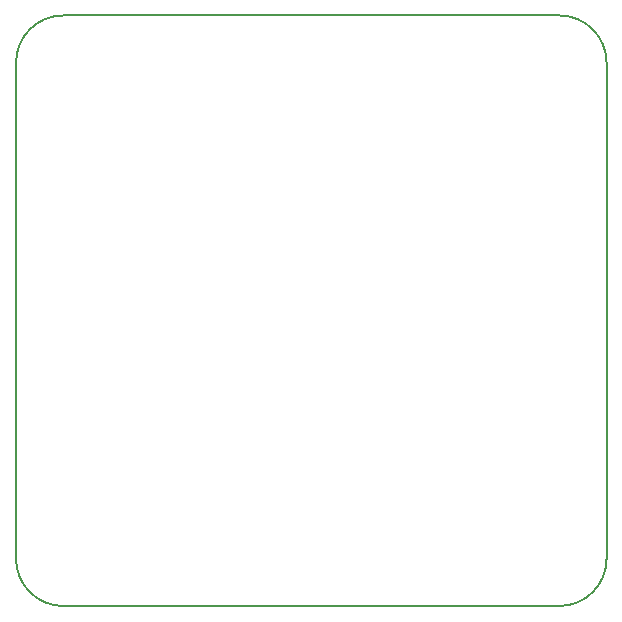
<source format=gm1>
G04 #@! TF.GenerationSoftware,KiCad,Pcbnew,5.1.4*
G04 #@! TF.CreationDate,2020-01-09T00:48:13+01:00*
G04 #@! TF.ProjectId,sejf,73656a66-2e6b-4696-9361-645f70636258,rev?*
G04 #@! TF.SameCoordinates,Original*
G04 #@! TF.FileFunction,Profile,NP*
%FSLAX46Y46*%
G04 Gerber Fmt 4.6, Leading zero omitted, Abs format (unit mm)*
G04 Created by KiCad (PCBNEW 5.1.4) date 2020-01-09 00:48:13*
%MOMM*%
%LPD*%
G04 APERTURE LIST*
%ADD10C,0.200000*%
G04 APERTURE END LIST*
D10*
X136000000Y-68000000D02*
G75*
G02X140000000Y-72000000I0J-4000000D01*
G01*
X90000000Y-72000000D02*
G75*
G02X94000000Y-68000000I4000000J0D01*
G01*
X94000000Y-118000000D02*
G75*
G02X90000000Y-114000000I0J4000000D01*
G01*
X140000000Y-114000000D02*
G75*
G02X136000000Y-118000000I-4000000J0D01*
G01*
X90000000Y-114000000D02*
X90000000Y-72000000D01*
X136000000Y-118000000D02*
X94000000Y-118000000D01*
X140000000Y-72000000D02*
X140000000Y-114000000D01*
X94000000Y-68000000D02*
X136000000Y-68000000D01*
M02*

</source>
